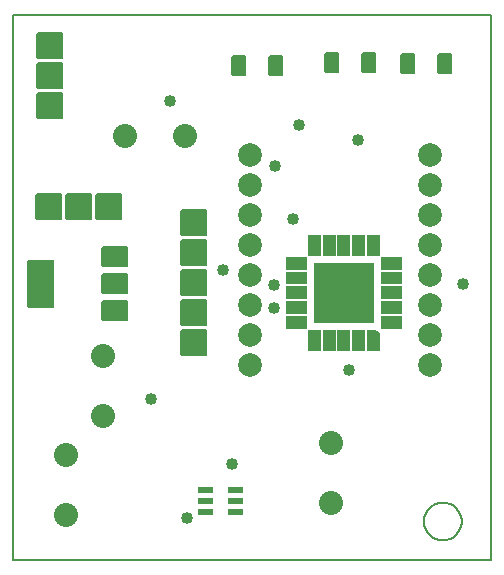
<source format=gbr>
G04 PROTEUS GERBER X2 FILE*
%TF.GenerationSoftware,Labcenter,Proteus,8.17-SP2-Build37159*%
%TF.CreationDate,2024-05-15T17:06:41+00:00*%
%TF.FileFunction,Soldermask,Bot*%
%TF.FilePolarity,Negative*%
%TF.Part,Single*%
%TF.SameCoordinates,{8e856c1c-122a-437a-bfc2-24db689c5e76}*%
%FSLAX45Y45*%
%MOMM*%
G01*
%TA.AperFunction,Material*%
%ADD35C,1.016000*%
%TA.AperFunction,Material*%
%ADD36C,2.010000*%
%AMPPAD039*
4,1,4,
0.250000,-0.250000,
0.250000,0.250000,
-0.250000,0.250000,
-0.250000,-0.250000,
0.250000,-0.250000,
0*%
%TA.AperFunction,Material*%
%ADD45PPAD039*%
%AMPPAD040*
4,1,4,
0.400050,-0.750000,
0.400050,0.750000,
-0.400050,0.750000,
-0.400050,-0.750000,
0.400050,-0.750000,
0*%
%ADD46PPAD040*%
%AMPPAD041*
4,1,4,
0.750000,-0.400050,
0.750000,0.400050,
-0.750000,0.400050,
-0.750000,-0.400050,
0.750000,-0.400050,
0*%
%ADD47PPAD041*%
%AMPPAD042*
4,1,4,
2.400000,-2.400000,
2.400000,2.400000,
-2.400000,2.400000,
-2.400000,-2.400000,
2.400000,-2.400000,
0*%
%ADD48PPAD042*%
%TA.AperFunction,Material*%
%ADD37C,2.032000*%
%AMPPAD043*
4,1,36,
-1.143000,0.762000,
-1.143000,-0.762000,
-1.140420,-0.787590,
-1.133020,-0.811430,
-1.121310,-0.833000,
-1.105800,-0.851800,
-1.087000,-0.867310,
-1.065430,-0.879020,
-1.041590,-0.886420,
-1.016000,-0.889000,
1.016000,-0.889000,
1.041590,-0.886420,
1.065430,-0.879020,
1.087000,-0.867310,
1.105800,-0.851800,
1.121310,-0.833000,
1.133020,-0.811430,
1.140420,-0.787590,
1.143000,-0.762000,
1.143000,0.762000,
1.140420,0.787590,
1.133020,0.811430,
1.121310,0.833000,
1.105800,0.851800,
1.087000,0.867310,
1.065430,0.879020,
1.041590,0.886420,
1.016000,0.889000,
-1.016000,0.889000,
-1.041590,0.886420,
-1.065430,0.879020,
-1.087000,0.867310,
-1.105800,0.851800,
-1.121310,0.833000,
-1.133020,0.811430,
-1.140420,0.787590,
-1.143000,0.762000,
0*%
%TA.AperFunction,Material*%
%ADD49PPAD043*%
%AMPPAD044*
4,1,36,
-1.016000,-2.032000,
1.016000,-2.032000,
1.041590,-2.029420,
1.065430,-2.022020,
1.087000,-2.010310,
1.105800,-1.994800,
1.121310,-1.976000,
1.133020,-1.954430,
1.140420,-1.930590,
1.143000,-1.905000,
1.143000,1.905000,
1.140420,1.930590,
1.133020,1.954430,
1.121310,1.976000,
1.105800,1.994800,
1.087000,2.010310,
1.065430,2.022020,
1.041590,2.029420,
1.016000,2.032000,
-1.016000,2.032000,
-1.041590,2.029420,
-1.065430,2.022020,
-1.087000,2.010310,
-1.105800,1.994800,
-1.121310,1.976000,
-1.133020,1.954430,
-1.140420,1.930590,
-1.143000,1.905000,
-1.143000,-1.905000,
-1.140420,-1.930590,
-1.133020,-1.954430,
-1.121310,-1.976000,
-1.105800,-1.994800,
-1.087000,-2.010310,
-1.065430,-2.022020,
-1.041590,-2.029420,
-1.016000,-2.032000,
0*%
%ADD50PPAD044*%
%AMPPAD033*
4,1,36,
-1.016000,1.143000,
1.016000,1.143000,
1.041590,1.140420,
1.065430,1.133020,
1.087000,1.121310,
1.105800,1.105800,
1.121310,1.087000,
1.133020,1.065430,
1.140420,1.041590,
1.143000,1.016000,
1.143000,-1.016000,
1.140420,-1.041590,
1.133020,-1.065430,
1.121310,-1.087000,
1.105800,-1.105800,
1.087000,-1.121310,
1.065430,-1.133020,
1.041590,-1.140420,
1.016000,-1.143000,
-1.016000,-1.143000,
-1.041590,-1.140420,
-1.065430,-1.133020,
-1.087000,-1.121310,
-1.105800,-1.105800,
-1.121310,-1.087000,
-1.133020,-1.065430,
-1.140420,-1.041590,
-1.143000,-1.016000,
-1.143000,1.016000,
-1.140420,1.041590,
-1.133020,1.065430,
-1.121310,1.087000,
-1.105800,1.105800,
-1.087000,1.121310,
-1.065430,1.133020,
-1.041590,1.140420,
-1.016000,1.143000,
0*%
%TA.AperFunction,Material*%
%ADD39PPAD033*%
%AMPPAD045*
4,1,4,
0.635000,0.279400,
-0.635000,0.279400,
-0.635000,-0.279400,
0.635000,-0.279400,
0.635000,0.279400,
0*%
%TA.AperFunction,Material*%
%ADD51PPAD045*%
%AMPPAD046*
4,1,36,
-0.508000,-0.889000,
0.508000,-0.889000,
0.533590,-0.886420,
0.557430,-0.879020,
0.579000,-0.867310,
0.597800,-0.851800,
0.613310,-0.833000,
0.625020,-0.811430,
0.632420,-0.787590,
0.635000,-0.762000,
0.635000,0.762000,
0.632420,0.787590,
0.625020,0.811430,
0.613310,0.833000,
0.597800,0.851800,
0.579000,0.867310,
0.557430,0.879020,
0.533590,0.886420,
0.508000,0.889000,
-0.508000,0.889000,
-0.533590,0.886420,
-0.557430,0.879020,
-0.579000,0.867310,
-0.597800,0.851800,
-0.613310,0.833000,
-0.625020,0.811430,
-0.632420,0.787590,
-0.635000,0.762000,
-0.635000,-0.762000,
-0.632420,-0.787590,
-0.625020,-0.811430,
-0.613310,-0.833000,
-0.597800,-0.851800,
-0.579000,-0.867310,
-0.557430,-0.879020,
-0.533590,-0.886420,
-0.508000,-0.889000,
0*%
%TA.AperFunction,Material*%
%ADD52PPAD046*%
%TA.AperFunction,Profile*%
%ADD21C,0.150000*%
%TA.AperFunction,Material*%
%ADD53C,0.025400*%
%TD.AperFunction*%
%TA.AperFunction,Material*%
G36*
X+1088000Y-475000D02*
X+988000Y-475000D01*
X+988000Y-305000D01*
X+1060000Y-305000D01*
X+1088000Y-333000D01*
X+1088000Y-475000D01*
G37*
%TD.AperFunction*%
%TA.AperFunction,Material*%
G36*
X+303000Y-40000D02*
X+303000Y+60000D01*
X+473000Y+60000D01*
X+473000Y-40000D01*
X+303000Y-40000D01*
G37*
%TD.AperFunction*%
%TA.AperFunction,Material*%
G36*
X+738000Y-475000D02*
X+738000Y-305000D01*
X+838000Y-305000D01*
X+838000Y-475000D01*
X+738000Y-475000D01*
G37*
%TD.AperFunction*%
%TA.AperFunction,Material*%
G36*
X+738000Y+325000D02*
X+738000Y+495000D01*
X+838000Y+495000D01*
X+838000Y+325000D01*
X+738000Y+325000D01*
G37*
%TD.AperFunction*%
%TA.AperFunction,Material*%
G36*
X+1103000Y-40000D02*
X+1103000Y+60000D01*
X+1273000Y+60000D01*
X+1273000Y-40000D01*
X+1103000Y-40000D01*
G37*
%TD.AperFunction*%
%TA.AperFunction,Material*%
G36*
X+612994Y-475000D02*
X+612994Y-305000D01*
X+713000Y-305000D01*
X+713000Y-475000D01*
X+612994Y-475000D01*
G37*
%TD.AperFunction*%
%TA.AperFunction,Material*%
G36*
X+612994Y+325000D02*
X+612994Y+495000D01*
X+713000Y+495000D01*
X+713000Y+325000D01*
X+612994Y+325000D01*
G37*
%TD.AperFunction*%
%TA.AperFunction,Material*%
G36*
X+488000Y-475000D02*
X+488000Y-305000D01*
X+588000Y-305000D01*
X+588000Y-475000D01*
X+488000Y-475000D01*
G37*
%TD.AperFunction*%
%TA.AperFunction,Material*%
G36*
X+488000Y+325000D02*
X+488000Y+495000D01*
X+588000Y+495000D01*
X+588000Y+325000D01*
X+488000Y+325000D01*
G37*
%TD.AperFunction*%
%TA.AperFunction,Material*%
G36*
X+863000Y-475000D02*
X+863000Y-305000D01*
X+963006Y-305000D01*
X+963006Y-475000D01*
X+863000Y-475000D01*
G37*
%TD.AperFunction*%
%TA.AperFunction,Material*%
G36*
X+863000Y+325000D02*
X+863000Y+495000D01*
X+963006Y+495000D01*
X+963006Y+325000D01*
X+863000Y+325000D01*
G37*
%TD.AperFunction*%
%TA.AperFunction,Material*%
G36*
X+988000Y+325000D02*
X+988000Y+495000D01*
X+1088000Y+495000D01*
X+1088000Y+325000D01*
X+988000Y+325000D01*
G37*
%TD.AperFunction*%
%TA.AperFunction,Material*%
G36*
X+303000Y-165006D02*
X+303000Y-65000D01*
X+473000Y-65000D01*
X+473000Y-165006D01*
X+303000Y-165006D01*
G37*
%TD.AperFunction*%
%TA.AperFunction,Material*%
G36*
X+1103000Y-165006D02*
X+1103000Y-65000D01*
X+1273000Y-65000D01*
X+1273000Y-165006D01*
X+1103000Y-165006D01*
G37*
%TD.AperFunction*%
%TA.AperFunction,Material*%
G36*
X+303000Y-290000D02*
X+303000Y-190000D01*
X+473000Y-190000D01*
X+473000Y-290000D01*
X+303000Y-290000D01*
G37*
%TD.AperFunction*%
%TA.AperFunction,Material*%
G36*
X+1103000Y-290000D02*
X+1103000Y-190000D01*
X+1273000Y-190000D01*
X+1273000Y-290000D01*
X+1103000Y-290000D01*
G37*
%TD.AperFunction*%
%TA.AperFunction,Material*%
G36*
X+303000Y+85000D02*
X+303000Y+185006D01*
X+473000Y+185006D01*
X+473000Y+85000D01*
X+303000Y+85000D01*
G37*
%TD.AperFunction*%
%TA.AperFunction,Material*%
G36*
X+1103000Y+85000D02*
X+1103000Y+185006D01*
X+1273000Y+185006D01*
X+1273000Y+85000D01*
X+1103000Y+85000D01*
G37*
%TD.AperFunction*%
%TA.AperFunction,Material*%
G36*
X+303000Y+210000D02*
X+303000Y+310000D01*
X+473000Y+310000D01*
X+473000Y+210000D01*
X+303000Y+210000D01*
G37*
%TD.AperFunction*%
%TA.AperFunction,Material*%
G36*
X+1103000Y+210000D02*
X+1103000Y+310000D01*
X+1273000Y+310000D01*
X+1273000Y+210000D01*
X+1103000Y+210000D01*
G37*
%TD.AperFunction*%
%TA.AperFunction,Material*%
G36*
X+538000Y-240000D02*
X+538000Y+260000D01*
X+1038000Y+260000D01*
X+1038000Y-240000D01*
X+538000Y-240000D01*
G37*
%TD.AperFunction*%
D35*
X-152400Y-1447800D03*
X-676677Y+1629511D03*
X+914400Y+1295400D03*
X+1802868Y+79811D03*
X+204496Y-120455D03*
X+835116Y-647918D03*
X-837403Y-890804D03*
X-533400Y-1905000D03*
X-229533Y+200000D03*
X+416237Y+1426925D03*
X+210000Y+1080000D03*
X+362985Y+627984D03*
X+200000Y+70000D03*
D36*
X+0Y+1169000D03*
X+0Y+915000D03*
X+0Y+661000D03*
X+0Y+407000D03*
X+0Y-101000D03*
X+0Y+153000D03*
X+1524000Y-609000D03*
X+0Y-609000D03*
X+1524000Y-355000D03*
X+1524000Y-101000D03*
X+1524000Y+153000D03*
X+1524000Y+407000D03*
X+1524000Y+661000D03*
X+1524000Y+915000D03*
X+1524000Y+1169000D03*
X+0Y-355000D03*
D45*
X+1038000Y-390000D03*
D46*
X+913000Y-390000D03*
X+788000Y-390000D03*
X+663000Y-390000D03*
X+538000Y-390000D03*
D47*
X+388000Y-240000D03*
X+388000Y-115000D03*
X+388000Y+10000D03*
X+388000Y+135000D03*
X+388000Y+260000D03*
D46*
X+538000Y+410000D03*
X+663000Y+410000D03*
X+788000Y+410000D03*
X+913000Y+410000D03*
X+1038000Y+410000D03*
D47*
X+1188000Y+260000D03*
X+1188000Y+135000D03*
X+1188000Y+10000D03*
X+1188000Y-115000D03*
X+1188000Y-240000D03*
D48*
X+788000Y+10000D03*
D37*
X-1244000Y-1037000D03*
X-1244000Y-529000D03*
X+680000Y-1778000D03*
X+680000Y-1270000D03*
D49*
X-1145000Y+310140D03*
D50*
X-1774920Y+79000D03*
D49*
X-1145000Y+79000D03*
X-1145000Y-152140D03*
D39*
X-1708000Y+730000D03*
X-1454000Y+730000D03*
X-1200000Y+730000D03*
D37*
X-1057000Y+1332000D03*
X-549000Y+1332000D03*
X-1560000Y-1370000D03*
X-1560000Y-1878000D03*
D51*
X-120000Y-1662000D03*
X-120000Y-1755980D03*
X-120000Y-1849960D03*
X-379080Y-1849960D03*
X-379080Y-1755980D03*
X-379080Y-1662000D03*
D52*
X-94960Y+1925000D03*
X+220000Y+1925000D03*
X+690000Y+1950000D03*
X+1004960Y+1950000D03*
X+1650000Y+1940000D03*
X+1335040Y+1940000D03*
D39*
X-1700000Y+1590000D03*
X-1700000Y+1844000D03*
X-1700000Y+2098000D03*
X-480000Y-422000D03*
X-480000Y-168000D03*
X-480000Y+86000D03*
X-480000Y+340000D03*
X-480000Y+594000D03*
D21*
X-2010000Y-2260000D02*
X+2040000Y-2260000D01*
X+2040000Y+2360000D01*
X-2010000Y+2360000D01*
X-2010000Y-2260000D01*
D53*
X+1088000Y-475000D02*
X+988000Y-475000D01*
X+988000Y-305000D01*
X+1060000Y-305000D01*
X+1088000Y-333000D01*
X+1088000Y-475000D01*
X+303000Y-40000D02*
X+473000Y-40000D01*
X+473000Y+60000D01*
X+303000Y+60000D01*
X+303000Y-40000D01*
X+738000Y-475000D02*
X+838000Y-475000D01*
X+838000Y-305000D01*
X+738000Y-305000D01*
X+738000Y-475000D01*
X+738000Y+325000D02*
X+838000Y+325000D01*
X+838000Y+495000D01*
X+738000Y+495000D01*
X+738000Y+325000D01*
X+1103000Y-40000D02*
X+1273000Y-40000D01*
X+1273000Y+60000D01*
X+1103000Y+60000D01*
X+1103000Y-40000D01*
X+612994Y-475000D02*
X+713000Y-475000D01*
X+713000Y-305000D01*
X+612994Y-305000D01*
X+612994Y-475000D01*
X+612994Y+325000D02*
X+713000Y+325000D01*
X+713000Y+495000D01*
X+612994Y+495000D01*
X+612994Y+325000D01*
X+488000Y-475000D02*
X+588000Y-475000D01*
X+588000Y-305000D01*
X+488000Y-305000D01*
X+488000Y-475000D01*
X+488000Y+325000D02*
X+588000Y+325000D01*
X+588000Y+495000D01*
X+488000Y+495000D01*
X+488000Y+325000D01*
X+863000Y-475000D02*
X+963006Y-475000D01*
X+963006Y-305000D01*
X+863000Y-305000D01*
X+863000Y-475000D01*
X+863000Y+325000D02*
X+963006Y+325000D01*
X+963006Y+495000D01*
X+863000Y+495000D01*
X+863000Y+325000D01*
X+988000Y+325000D02*
X+1088000Y+325000D01*
X+1088000Y+495000D01*
X+988000Y+495000D01*
X+988000Y+325000D01*
X+303000Y-165006D02*
X+473000Y-165006D01*
X+473000Y-65000D01*
X+303000Y-65000D01*
X+303000Y-165006D01*
X+1103000Y-165006D02*
X+1273000Y-165006D01*
X+1273000Y-65000D01*
X+1103000Y-65000D01*
X+1103000Y-165006D01*
X+303000Y-290000D02*
X+473000Y-290000D01*
X+473000Y-190000D01*
X+303000Y-190000D01*
X+303000Y-290000D01*
X+1103000Y-290000D02*
X+1273000Y-290000D01*
X+1273000Y-190000D01*
X+1103000Y-190000D01*
X+1103000Y-290000D01*
X+303000Y+85000D02*
X+473000Y+85000D01*
X+473000Y+185006D01*
X+303000Y+185006D01*
X+303000Y+85000D01*
X+1103000Y+85000D02*
X+1273000Y+85000D01*
X+1273000Y+185006D01*
X+1103000Y+185006D01*
X+1103000Y+85000D01*
X+303000Y+210000D02*
X+473000Y+210000D01*
X+473000Y+310000D01*
X+303000Y+310000D01*
X+303000Y+210000D01*
X+1103000Y+210000D02*
X+1273000Y+210000D01*
X+1273000Y+310000D01*
X+1103000Y+310000D01*
X+1103000Y+210000D01*
X+538000Y-240000D02*
X+1038000Y-240000D01*
X+1038000Y+260000D01*
X+538000Y+260000D01*
X+538000Y-240000D01*
D21*
X+1790312Y-1930000D02*
X+1789777Y-1916917D01*
X+1785433Y-1890749D01*
X+1776357Y-1864581D01*
X+1761574Y-1838413D01*
X+1738960Y-1812409D01*
X+1712792Y-1792721D01*
X+1686624Y-1780021D01*
X+1660456Y-1772608D01*
X+1634288Y-1769745D01*
X+1630000Y-1769688D01*
X+1469688Y-1930000D02*
X+1470223Y-1916917D01*
X+1474567Y-1890749D01*
X+1483643Y-1864581D01*
X+1498426Y-1838413D01*
X+1521040Y-1812409D01*
X+1547208Y-1792721D01*
X+1573376Y-1780021D01*
X+1599544Y-1772608D01*
X+1625712Y-1769745D01*
X+1630000Y-1769688D01*
X+1469688Y-1930000D02*
X+1470223Y-1943083D01*
X+1474567Y-1969251D01*
X+1483643Y-1995419D01*
X+1498426Y-2021587D01*
X+1521040Y-2047591D01*
X+1547208Y-2067279D01*
X+1573376Y-2079979D01*
X+1599544Y-2087392D01*
X+1625712Y-2090255D01*
X+1630000Y-2090312D01*
X+1790312Y-1930000D02*
X+1789777Y-1943083D01*
X+1785433Y-1969251D01*
X+1776357Y-1995419D01*
X+1761574Y-2021587D01*
X+1738960Y-2047591D01*
X+1712792Y-2067279D01*
X+1686624Y-2079979D01*
X+1660456Y-2087392D01*
X+1634288Y-2090255D01*
X+1630000Y-2090312D01*
M02*

</source>
